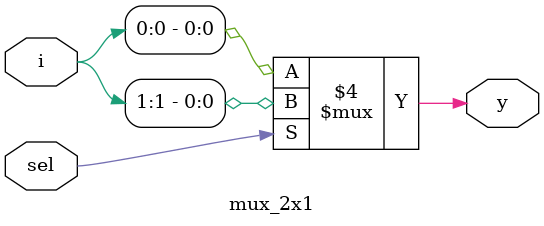
<source format=v>

module mux_2x1(input sel,input [1:0]i,output reg y);

always@(*)begin

if(sel==0)
y=i[0];
else
y=i[1];
end
endmodule

</source>
